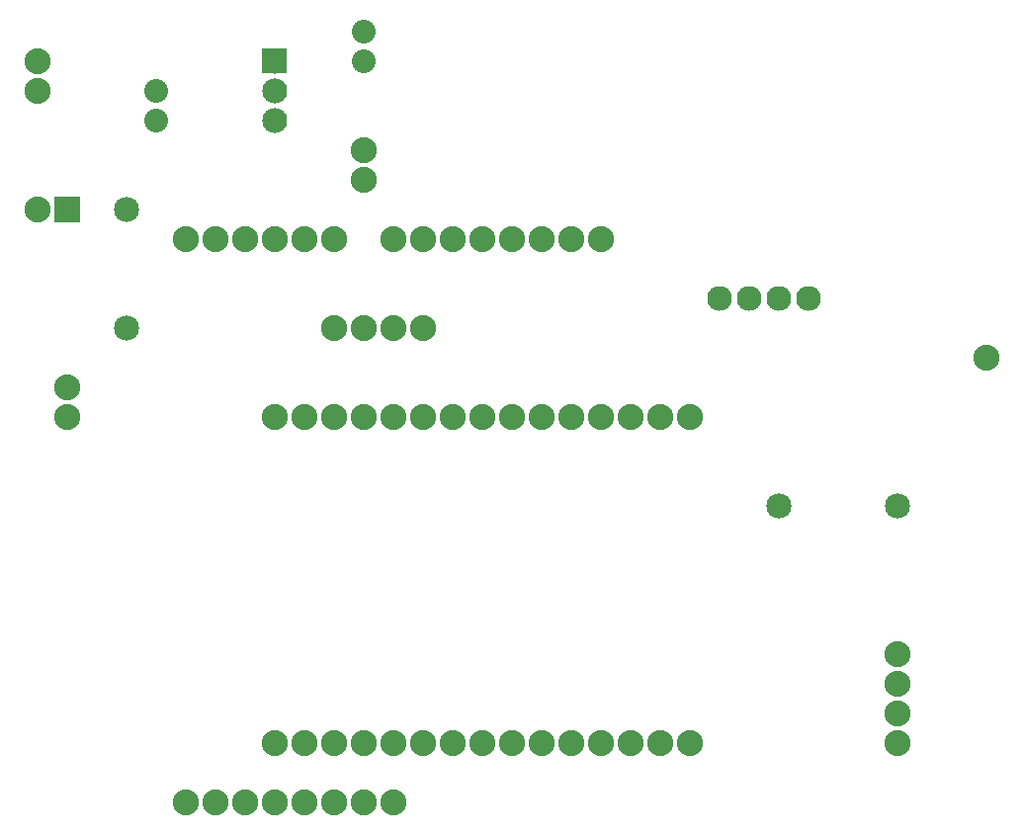
<source format=gts>
G04 MADE WITH FRITZING*
G04 WWW.FRITZING.ORG*
G04 DOUBLE SIDED*
G04 HOLES PLATED*
G04 CONTOUR ON CENTER OF CONTOUR VECTOR*
%ASAXBY*%
%FSLAX23Y23*%
%MOIN*%
%OFA0B0*%
%SFA1.0B1.0*%
%ADD10C,0.088000*%
%ADD11C,0.080000*%
%ADD12C,0.084000*%
%ADD13C,0.085000*%
%ADD14C,0.083889*%
%ADD15R,0.088000X0.088000*%
%ADD16R,0.001000X0.001000*%
%LNMASK1*%
G90*
G70*
G54D10*
X386Y2763D03*
X386Y2663D03*
G54D11*
X786Y2563D03*
X786Y2663D03*
G54D12*
X1186Y2763D03*
X1186Y2663D03*
X1186Y2563D03*
X1186Y2763D03*
X1186Y2663D03*
X1186Y2563D03*
G54D11*
X1486Y2763D03*
X1486Y2863D03*
G54D10*
X1486Y2463D03*
X1486Y2363D03*
X3286Y763D03*
X3286Y663D03*
X3286Y563D03*
X3286Y463D03*
X1686Y1863D03*
X1586Y1863D03*
X1486Y1863D03*
X1386Y1863D03*
G54D13*
X686Y1863D03*
X686Y2263D03*
G54D10*
X486Y2263D03*
X386Y2263D03*
G54D14*
X2986Y1963D03*
X2886Y1963D03*
X2786Y1963D03*
X2686Y1963D03*
G54D10*
X1186Y463D03*
X1286Y463D03*
X1386Y463D03*
X1486Y463D03*
X1586Y463D03*
X1686Y463D03*
X1786Y463D03*
X1886Y463D03*
X1986Y463D03*
X2086Y463D03*
X2186Y463D03*
X2286Y463D03*
X2386Y463D03*
X2486Y463D03*
X2586Y463D03*
X886Y2163D03*
X986Y2163D03*
X1086Y2163D03*
X1186Y2163D03*
X1286Y2163D03*
X1386Y2163D03*
X1586Y2163D03*
X1686Y2163D03*
X1786Y2163D03*
X1886Y2163D03*
X1986Y2163D03*
X2086Y2163D03*
X2186Y2163D03*
X2286Y2163D03*
X1186Y1563D03*
X1286Y1563D03*
X1386Y1563D03*
X1486Y1563D03*
X1586Y1563D03*
X1686Y1563D03*
X1786Y1563D03*
X1886Y1563D03*
X1986Y1563D03*
X2086Y1563D03*
X2186Y1563D03*
X2286Y1563D03*
X2386Y1563D03*
X2486Y1563D03*
X2586Y1563D03*
X886Y263D03*
X986Y263D03*
X1086Y263D03*
X1186Y263D03*
X1286Y263D03*
X1386Y263D03*
X1486Y263D03*
X1586Y263D03*
X486Y1663D03*
X486Y1563D03*
G54D13*
X3286Y1263D03*
X2886Y1263D03*
G54D10*
X3586Y1763D03*
G54D15*
X486Y2263D03*
G54D16*
X1144Y2805D02*
X1227Y2805D01*
X1144Y2804D02*
X1227Y2804D01*
X1144Y2803D02*
X1227Y2803D01*
X1144Y2802D02*
X1227Y2802D01*
X1144Y2801D02*
X1227Y2801D01*
X1144Y2800D02*
X1227Y2800D01*
X1144Y2799D02*
X1227Y2799D01*
X1144Y2798D02*
X1227Y2798D01*
X1144Y2797D02*
X1227Y2797D01*
X1144Y2796D02*
X1227Y2796D01*
X1144Y2795D02*
X1227Y2795D01*
X1144Y2794D02*
X1227Y2794D01*
X1144Y2793D02*
X1227Y2793D01*
X1144Y2792D02*
X1227Y2792D01*
X1144Y2791D02*
X1227Y2791D01*
X1144Y2790D02*
X1227Y2790D01*
X1144Y2789D02*
X1227Y2789D01*
X1144Y2788D02*
X1227Y2788D01*
X1144Y2787D02*
X1227Y2787D01*
X1144Y2786D02*
X1227Y2786D01*
X1144Y2785D02*
X1227Y2785D01*
X1144Y2784D02*
X1227Y2784D01*
X1144Y2783D02*
X1227Y2783D01*
X1144Y2782D02*
X1227Y2782D01*
X1144Y2781D02*
X1227Y2781D01*
X1144Y2780D02*
X1227Y2780D01*
X1144Y2779D02*
X1227Y2779D01*
X1144Y2778D02*
X1181Y2778D01*
X1190Y2778D02*
X1227Y2778D01*
X1144Y2777D02*
X1178Y2777D01*
X1193Y2777D02*
X1227Y2777D01*
X1144Y2776D02*
X1177Y2776D01*
X1194Y2776D02*
X1227Y2776D01*
X1144Y2775D02*
X1175Y2775D01*
X1195Y2775D02*
X1227Y2775D01*
X1144Y2774D02*
X1174Y2774D01*
X1196Y2774D02*
X1227Y2774D01*
X1144Y2773D02*
X1173Y2773D01*
X1197Y2773D02*
X1227Y2773D01*
X1144Y2772D02*
X1173Y2772D01*
X1198Y2772D02*
X1227Y2772D01*
X1144Y2771D02*
X1172Y2771D01*
X1199Y2771D02*
X1227Y2771D01*
X1144Y2770D02*
X1172Y2770D01*
X1199Y2770D02*
X1227Y2770D01*
X1144Y2769D02*
X1171Y2769D01*
X1200Y2769D02*
X1227Y2769D01*
X1144Y2768D02*
X1171Y2768D01*
X1200Y2768D02*
X1227Y2768D01*
X1144Y2767D02*
X1171Y2767D01*
X1200Y2767D02*
X1227Y2767D01*
X1144Y2766D02*
X1170Y2766D01*
X1200Y2766D02*
X1227Y2766D01*
X1144Y2765D02*
X1170Y2765D01*
X1200Y2765D02*
X1227Y2765D01*
X1144Y2764D02*
X1170Y2764D01*
X1201Y2764D02*
X1227Y2764D01*
X1144Y2763D02*
X1170Y2763D01*
X1201Y2763D02*
X1227Y2763D01*
X1144Y2762D02*
X1170Y2762D01*
X1200Y2762D02*
X1227Y2762D01*
X1144Y2761D02*
X1170Y2761D01*
X1200Y2761D02*
X1227Y2761D01*
X1144Y2760D02*
X1171Y2760D01*
X1200Y2760D02*
X1227Y2760D01*
X1144Y2759D02*
X1171Y2759D01*
X1200Y2759D02*
X1227Y2759D01*
X1144Y2758D02*
X1171Y2758D01*
X1199Y2758D02*
X1227Y2758D01*
X1144Y2757D02*
X1172Y2757D01*
X1199Y2757D02*
X1227Y2757D01*
X1144Y2756D02*
X1172Y2756D01*
X1198Y2756D02*
X1227Y2756D01*
X1144Y2755D02*
X1173Y2755D01*
X1198Y2755D02*
X1227Y2755D01*
X1144Y2754D02*
X1174Y2754D01*
X1197Y2754D02*
X1227Y2754D01*
X1144Y2753D02*
X1175Y2753D01*
X1196Y2753D02*
X1227Y2753D01*
X1144Y2752D02*
X1176Y2752D01*
X1195Y2752D02*
X1227Y2752D01*
X1144Y2751D02*
X1178Y2751D01*
X1193Y2751D02*
X1227Y2751D01*
X1144Y2750D02*
X1180Y2750D01*
X1191Y2750D02*
X1227Y2750D01*
X1144Y2749D02*
X1227Y2749D01*
X1144Y2748D02*
X1227Y2748D01*
X1144Y2747D02*
X1227Y2747D01*
X1144Y2746D02*
X1227Y2746D01*
X1144Y2745D02*
X1227Y2745D01*
X1144Y2744D02*
X1227Y2744D01*
X1144Y2743D02*
X1227Y2743D01*
X1144Y2742D02*
X1227Y2742D01*
X1144Y2741D02*
X1227Y2741D01*
X1144Y2740D02*
X1227Y2740D01*
X1144Y2739D02*
X1227Y2739D01*
X1144Y2738D02*
X1227Y2738D01*
X1144Y2737D02*
X1227Y2737D01*
X1144Y2736D02*
X1227Y2736D01*
X1144Y2735D02*
X1227Y2735D01*
X1144Y2734D02*
X1227Y2734D01*
X1144Y2733D02*
X1227Y2733D01*
X1144Y2732D02*
X1227Y2732D01*
X1144Y2731D02*
X1227Y2731D01*
X1144Y2730D02*
X1227Y2730D01*
X1144Y2729D02*
X1227Y2729D01*
X1144Y2728D02*
X1227Y2728D01*
X1144Y2727D02*
X1227Y2727D01*
X1144Y2726D02*
X1227Y2726D01*
X1144Y2725D02*
X1227Y2725D01*
X1144Y2724D02*
X1227Y2724D01*
X1144Y2723D02*
X1227Y2723D01*
X1144Y2722D02*
X1227Y2722D01*
D02*
G04 End of Mask1*
M02*
</source>
